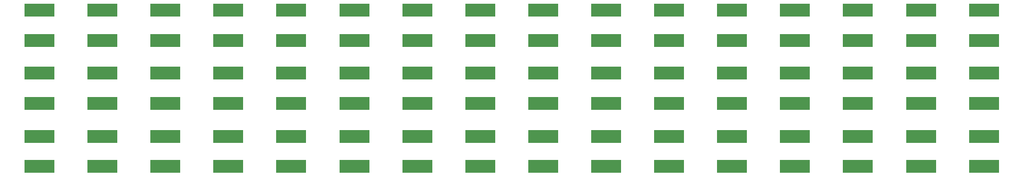
<source format=gbr>
%TF.GenerationSoftware,KiCad,Pcbnew,(6.0.5)*%
%TF.CreationDate,2023-02-26T02:49:58+09:00*%
%TF.ProjectId,_____,0c08746c-f12e-46b6-9963-61645f706362,rev?*%
%TF.SameCoordinates,Original*%
%TF.FileFunction,Paste,Top*%
%TF.FilePolarity,Positive*%
%FSLAX46Y46*%
G04 Gerber Fmt 4.6, Leading zero omitted, Abs format (unit mm)*
G04 Created by KiCad (PCBNEW (6.0.5)) date 2023-02-26 02:49:58*
%MOMM*%
%LPD*%
G01*
G04 APERTURE LIST*
%ADD10R,4.790000X2.000000*%
G04 APERTURE END LIST*
D10*
%TO.C,D22*%
X146000000Y-73300000D03*
X146000000Y-68500000D03*
%TD*%
%TO.C,D38*%
X196000000Y-78500000D03*
X196000000Y-83300000D03*
%TD*%
%TO.C,D31*%
X176000000Y-88500000D03*
X176000000Y-93300000D03*
%TD*%
%TO.C,D15*%
X116000000Y-68500000D03*
X116000000Y-73300000D03*
%TD*%
%TO.C,D1*%
X76000000Y-88500000D03*
X76000000Y-93300000D03*
%TD*%
%TO.C,D43*%
X216000000Y-88500000D03*
X216000000Y-93300000D03*
%TD*%
%TO.C,D30*%
X166000000Y-93300000D03*
X166000000Y-88500000D03*
%TD*%
%TO.C,D32*%
X176000000Y-78500000D03*
X176000000Y-83300000D03*
%TD*%
%TO.C,D5*%
X86000000Y-83300000D03*
X86000000Y-78500000D03*
%TD*%
%TO.C,D42*%
X206000000Y-93300000D03*
X206000000Y-88500000D03*
%TD*%
%TO.C,D21*%
X136000000Y-68500000D03*
X136000000Y-73300000D03*
%TD*%
%TO.C,D16*%
X126000000Y-73300000D03*
X126000000Y-68500000D03*
%TD*%
%TO.C,D4*%
X86000000Y-73300000D03*
X86000000Y-68500000D03*
%TD*%
%TO.C,D26*%
X156000000Y-78500000D03*
X156000000Y-83300000D03*
%TD*%
%TO.C,D24*%
X146000000Y-93300000D03*
X146000000Y-88500000D03*
%TD*%
%TO.C,D3*%
X76000000Y-68500000D03*
X76000000Y-73300000D03*
%TD*%
%TO.C,D13*%
X116000000Y-88500000D03*
X116000000Y-93300000D03*
%TD*%
%TO.C,D12*%
X106000000Y-93300000D03*
X106000000Y-88500000D03*
%TD*%
%TO.C,D40*%
X206000000Y-73300000D03*
X206000000Y-68500000D03*
%TD*%
%TO.C,D41*%
X206000000Y-83300000D03*
X206000000Y-78500000D03*
%TD*%
%TO.C,D44*%
X216000000Y-78500000D03*
X216000000Y-83300000D03*
%TD*%
%TO.C,D33*%
X176000000Y-68500000D03*
X176000000Y-73300000D03*
%TD*%
%TO.C,D36*%
X186000000Y-93300000D03*
X186000000Y-88500000D03*
%TD*%
%TO.C,D18*%
X126000000Y-93300000D03*
X126000000Y-88500000D03*
%TD*%
%TO.C,D17*%
X126000000Y-83300000D03*
X126000000Y-78500000D03*
%TD*%
%TO.C,D8*%
X96000000Y-78500000D03*
X96000000Y-83300000D03*
%TD*%
%TO.C,D9*%
X96000000Y-68500000D03*
X96000000Y-73300000D03*
%TD*%
%TO.C,D29*%
X166000000Y-83300000D03*
X166000000Y-78500000D03*
%TD*%
%TO.C,D39*%
X196000000Y-68500000D03*
X196000000Y-73300000D03*
%TD*%
%TO.C,D14*%
X116000000Y-78500000D03*
X116000000Y-83300000D03*
%TD*%
%TO.C,D25*%
X156000000Y-88500000D03*
X156000000Y-93300000D03*
%TD*%
%TO.C,D28*%
X166000000Y-73300000D03*
X166000000Y-68500000D03*
%TD*%
%TO.C,D23*%
X146000000Y-83300000D03*
X146000000Y-78500000D03*
%TD*%
%TO.C,D11*%
X106000000Y-83300000D03*
X106000000Y-78500000D03*
%TD*%
%TO.C,D35*%
X186000000Y-83300000D03*
X186000000Y-78500000D03*
%TD*%
%TO.C,D27*%
X156000000Y-68500000D03*
X156000000Y-73300000D03*
%TD*%
%TO.C,D34*%
X186000000Y-73300000D03*
X186000000Y-68500000D03*
%TD*%
%TO.C,D45*%
X216000000Y-68500000D03*
X216000000Y-73300000D03*
%TD*%
%TO.C,D7*%
X96000000Y-88500000D03*
X96000000Y-93300000D03*
%TD*%
%TO.C,D19*%
X136000000Y-88500000D03*
X136000000Y-93300000D03*
%TD*%
%TO.C,D46*%
X226000000Y-73300000D03*
X226000000Y-68500000D03*
%TD*%
%TO.C,D47*%
X226000000Y-83300000D03*
X226000000Y-78500000D03*
%TD*%
%TO.C,D10*%
X106000000Y-73300000D03*
X106000000Y-68500000D03*
%TD*%
%TO.C,D37*%
X196000000Y-88500000D03*
X196000000Y-93300000D03*
%TD*%
%TO.C,D20*%
X136000000Y-78500000D03*
X136000000Y-83300000D03*
%TD*%
%TO.C,D2*%
X76000000Y-78500000D03*
X76000000Y-83300000D03*
%TD*%
%TO.C,D48*%
X226000000Y-93300000D03*
X226000000Y-88500000D03*
%TD*%
%TO.C,D6*%
X86000000Y-93300000D03*
X86000000Y-88500000D03*
%TD*%
M02*

</source>
